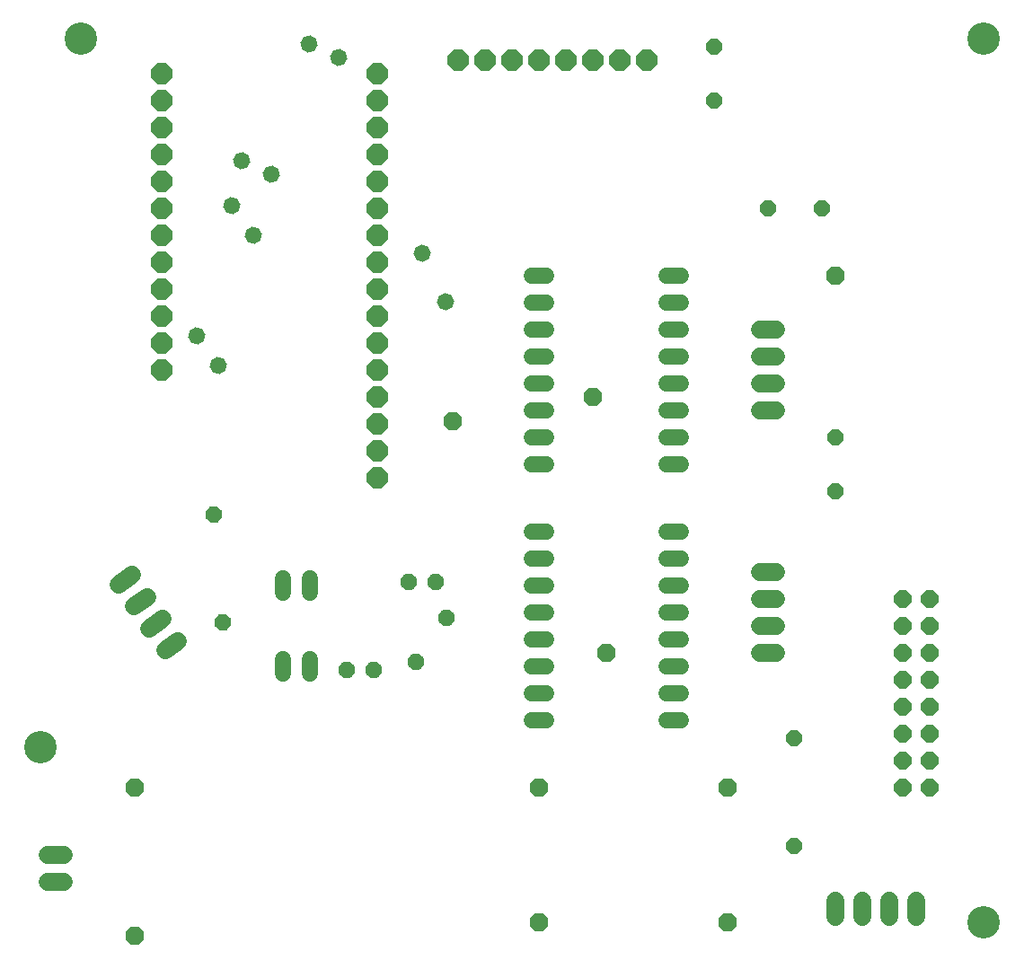
<source format=gbr>
G04 EAGLE Gerber RS-274X export*
G75*
%MOIN*%
%FSLAX34Y34*%
%LPD*%
%INSoldermask Bottom*%
%IPPOS*%
%AMOC8*
5,1,8,0,0,1.08239X$1,22.5*%
G01*
%ADD10C,0.120008*%
%ADD11C,0.068000*%
%ADD12C,0.059496*%
%ADD13P,0.084426X8X112.500000*%
%ADD14P,0.064943X8X82.500000*%
%ADD15P,0.064943X8X97.500000*%
%ADD16P,0.064943X8X22.500000*%
%ADD17P,0.064943X8X292.500000*%
%ADD18P,0.064943X8X137.500000*%
%ADD19P,0.064943X8X112.500000*%
%ADD20P,0.073603X8X22.500000*%
%ADD21P,0.064943X8X257.500000*%
%ADD22P,0.064943X8X77.500000*%
%ADD23C,0.060000*%
%ADD24P,0.064943X8X297.500000*%
%ADD25P,0.069273X8X292.500000*%
%ADD26P,0.084426X8X292.500000*%


D10*
X34500Y35300D03*
X-500Y9000D03*
X1000Y35300D03*
X34500Y2500D03*
D11*
X2885Y15401D02*
X2394Y15057D01*
X2967Y14238D02*
X3459Y14582D01*
X4033Y13762D02*
X3541Y13418D01*
X4115Y12599D02*
X4606Y12943D01*
D12*
X17743Y26500D02*
X18257Y26500D01*
X18257Y25500D02*
X17743Y25500D01*
X17743Y24500D02*
X18257Y24500D01*
X18257Y23500D02*
X17743Y23500D01*
X17743Y22500D02*
X18257Y22500D01*
X18257Y21500D02*
X17743Y21500D01*
X17743Y20500D02*
X18257Y20500D01*
X18257Y19500D02*
X17743Y19500D01*
X22743Y19500D02*
X23257Y19500D01*
X23257Y20500D02*
X22743Y20500D01*
X22743Y21500D02*
X23257Y21500D01*
X23257Y22500D02*
X22743Y22500D01*
X22743Y23500D02*
X23257Y23500D01*
X23257Y24500D02*
X22743Y24500D01*
X22743Y25500D02*
X23257Y25500D01*
X23257Y26500D02*
X22743Y26500D01*
X18257Y17000D02*
X17743Y17000D01*
X17743Y16000D02*
X18257Y16000D01*
X18257Y15000D02*
X17743Y15000D01*
X17743Y14000D02*
X18257Y14000D01*
X18257Y13000D02*
X17743Y13000D01*
X17743Y12000D02*
X18257Y12000D01*
X18257Y11000D02*
X17743Y11000D01*
X17743Y10000D02*
X18257Y10000D01*
X22743Y10000D02*
X23257Y10000D01*
X23257Y11000D02*
X22743Y11000D01*
X22743Y12000D02*
X23257Y12000D01*
X23257Y13000D02*
X22743Y13000D01*
X22743Y14000D02*
X23257Y14000D01*
X23257Y15000D02*
X22743Y15000D01*
X22743Y16000D02*
X23257Y16000D01*
X23257Y17000D02*
X22743Y17000D01*
D13*
X12000Y19000D03*
X12000Y20000D03*
X12000Y21000D03*
X12000Y22000D03*
X12000Y23000D03*
X12000Y24000D03*
X12000Y25000D03*
X12000Y26000D03*
X12000Y27000D03*
X12000Y28000D03*
X12000Y29000D03*
X12000Y30000D03*
X12000Y31000D03*
X12000Y32000D03*
X12000Y33000D03*
X12000Y34000D03*
X4000Y34000D03*
X4000Y33000D03*
X4000Y32000D03*
X4000Y31000D03*
X4000Y30000D03*
X4000Y29000D03*
X4000Y28000D03*
X4000Y27000D03*
X4000Y26000D03*
X4000Y25000D03*
X4000Y24000D03*
X4000Y23000D03*
D14*
X8050Y30285D03*
X10550Y34615D03*
X6950Y30785D03*
X9450Y35115D03*
D15*
X5303Y24285D03*
X6597Y29115D03*
X6103Y23185D03*
X7397Y28015D03*
D16*
X26500Y29000D03*
X28500Y29000D03*
D17*
X29000Y20500D03*
X29000Y18500D03*
D18*
X14523Y25544D03*
X13677Y27356D03*
D19*
X24500Y33000D03*
X24500Y35000D03*
D11*
X26200Y12500D02*
X26800Y12500D01*
X26800Y13500D02*
X26200Y13500D01*
X26200Y14500D02*
X26800Y14500D01*
X26800Y15500D02*
X26200Y15500D01*
D20*
X3000Y7500D03*
X3000Y2000D03*
X18000Y7500D03*
X18000Y2500D03*
X25000Y7500D03*
X25000Y2500D03*
D21*
X13147Y15138D03*
X10853Y11862D03*
D22*
X11853Y11862D03*
X14147Y15138D03*
X13426Y12181D03*
X14574Y13819D03*
D23*
X8500Y12260D02*
X8500Y11740D01*
X9500Y11740D02*
X9500Y12260D01*
X9500Y14740D02*
X9500Y15260D01*
X8500Y15260D02*
X8500Y14740D01*
D24*
X5926Y17642D03*
X6274Y13658D03*
D11*
X29000Y3300D02*
X29000Y2700D01*
X30000Y2700D02*
X30000Y3300D01*
X31000Y3300D02*
X31000Y2700D01*
X32000Y2700D02*
X32000Y3300D01*
X26800Y21500D02*
X26200Y21500D01*
X26200Y22500D02*
X26800Y22500D01*
X26800Y23500D02*
X26200Y23500D01*
X26200Y24500D02*
X26800Y24500D01*
D19*
X27450Y5350D03*
X27450Y9350D03*
D20*
X29000Y26500D03*
D25*
X31500Y14500D03*
X32500Y14500D03*
X31500Y13500D03*
X32500Y13500D03*
X31500Y12500D03*
X32500Y12500D03*
X31500Y11500D03*
X32500Y11500D03*
X31500Y10500D03*
X32500Y10500D03*
X31500Y9500D03*
X32500Y9500D03*
X31500Y8500D03*
X32500Y8500D03*
X31500Y7500D03*
X32500Y7500D03*
D26*
X19000Y34500D03*
X18000Y34500D03*
X20000Y34500D03*
X21000Y34500D03*
X22000Y34500D03*
X17000Y34500D03*
X16000Y34500D03*
X15000Y34500D03*
D11*
X350Y5000D02*
X-250Y5000D01*
X-250Y4000D02*
X350Y4000D01*
D20*
X20500Y12500D03*
X20000Y22000D03*
X14800Y21100D03*
M02*

</source>
